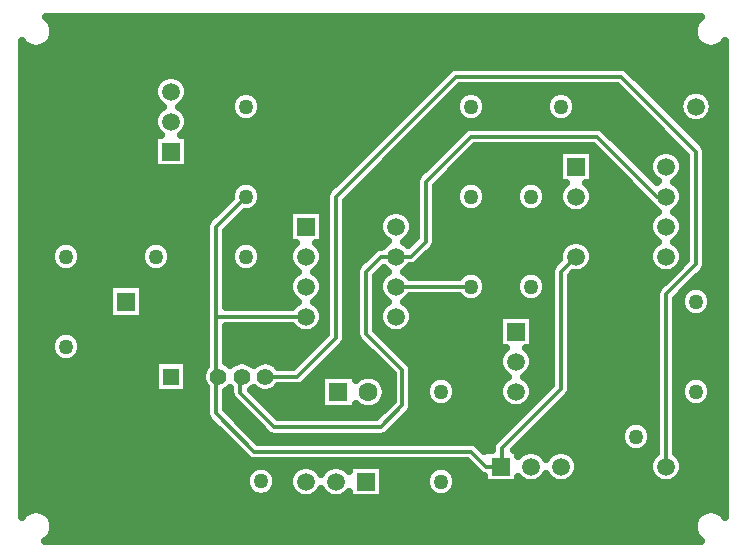
<source format=gbl>
G04 DipTrace 3.2.0.1*
G04 Bottom.gbl*
%MOIN*%
G04 #@! TF.FileFunction,Copper,L2,Bot*
G04 #@! TF.Part,Single*
G04 #@! TA.AperFunction,Conductor*
%ADD14C,0.012992*%
G04 #@! TA.AperFunction,CopperBalancing*
%ADD15C,0.025*%
G04 #@! TA.AperFunction,ComponentPad*
%ADD16C,0.05*%
%ADD17C,0.05*%
%ADD18C,0.062992*%
%ADD19R,0.062992X0.062992*%
%ADD20R,0.059055X0.059055*%
%ADD21C,0.059055*%
%ADD22R,0.055118X0.055118*%
%ADD23C,0.055118*%
%ADD24C,0.059055*%
%FSLAX26Y26*%
G04*
G70*
G90*
G75*
G01*
G04 Bottom*
%LPD*%
X793701Y1143701D2*
D14*
X943701D1*
X1023491Y1063911D1*
Y994751D1*
X1022441Y993701D1*
Y872441D1*
X943701Y793701D1*
Y644134D1*
X2293701Y1493701D2*
X2343701D1*
X2393701Y1443701D1*
Y1093701D1*
Y693701D1*
X2243701Y543701D1*
X1044134D1*
X943701Y644134D1*
X2493701Y1093701D2*
X2393701D1*
X2593701Y693701D2*
Y1267117D1*
X2693701Y1367117D1*
Y1743701D1*
X2443701Y1993701D1*
X1893701D1*
X1493701Y1593701D1*
Y1122042D1*
X1365360Y993701D1*
X1258661D1*
X1693701Y1393701D2*
X1643701D1*
X1593701Y1343701D1*
Y1136413D1*
X1715101Y1015013D1*
Y897783D1*
X1642276Y824957D1*
X1288337D1*
X1174409Y938885D1*
Y993701D1*
X1179921D1*
X2593701Y1593701D2*
X2563537D1*
X2363537Y1793701D1*
X1943701D1*
X1793701Y1643701D1*
Y1443701D1*
X1743701Y1393701D1*
X1693701D1*
X1393701Y1193701D2*
X1093701D1*
Y1001181D1*
X1101181Y993701D1*
X1193701Y1593701D2*
X1093701Y1493701D1*
Y1193701D1*
X2043701Y693701D2*
X1993701D1*
X1943745Y743656D1*
X1220986D1*
X1093701Y870942D1*
Y986220D1*
X1101181Y993701D1*
X2043701Y693701D2*
X2045833D1*
Y754287D1*
X2243701Y952155D1*
Y1343701D1*
X2293701Y1393701D1*
X1693701Y1293701D2*
X1943701D1*
X548924Y2166962D2*
D15*
X2688470D1*
X553803Y2142093D2*
X2683589D1*
X547381Y2117224D2*
X2690013D1*
X448089Y2092356D2*
X465014D1*
X522369D2*
X2715025D1*
X2772379D2*
X2789340D1*
X448089Y2067487D2*
X2789340D1*
X448089Y2042618D2*
X2789340D1*
X448089Y2017749D2*
X1868623D1*
X2468799D2*
X2789340D1*
X448089Y1992881D2*
X914391D1*
X973038D2*
X1843720D1*
X2493667D2*
X2789340D1*
X448089Y1968012D2*
X890744D1*
X996686D2*
X1818853D1*
X2518534D2*
X2789340D1*
X448089Y1943143D2*
X885182D1*
X1002213D2*
X1176812D1*
X1210592D2*
X1793984D1*
X1892283D2*
X1926828D1*
X1960571D2*
X2226820D1*
X2260598D2*
X2445104D1*
X2543403D2*
X2664858D1*
X2722537D2*
X2789340D1*
X448089Y1918274D2*
X891282D1*
X996112D2*
X1145953D1*
X1241453D2*
X1769117D1*
X1867416D2*
X1895967D1*
X1991467D2*
X2195959D1*
X2291459D2*
X2469971D1*
X2568270D2*
X2640852D1*
X2746543D2*
X2789340D1*
X448089Y1893406D2*
X915361D1*
X972034D2*
X1139709D1*
X1247696D2*
X1744249D1*
X1842549D2*
X1889724D1*
X1997676D2*
X2189715D1*
X2297703D2*
X2494839D1*
X2593138D2*
X2635182D1*
X2752213D2*
X2789340D1*
X448089Y1868537D2*
X890995D1*
X996399D2*
X1146276D1*
X1241130D2*
X1719382D1*
X1817681D2*
X1896291D1*
X1991109D2*
X2196282D1*
X2291136D2*
X2519706D1*
X2618005D2*
X2641139D1*
X2746256D2*
X2789340D1*
X448089Y1843668D2*
X885182D1*
X1002213D2*
X1179038D1*
X1208367D2*
X1694514D1*
X1792812D2*
X1929017D1*
X1958382D2*
X2229045D1*
X2258374D2*
X2544575D1*
X2642873D2*
X2666007D1*
X2721388D2*
X2789340D1*
X448089Y1818799D2*
X891031D1*
X996399D2*
X1669646D1*
X1767945D2*
X1919795D1*
X2387450D2*
X2569442D1*
X2667741D2*
X2789340D1*
X448089Y1793930D2*
X885182D1*
X1002213D2*
X1644778D1*
X1743077D2*
X1894783D1*
X2412461D2*
X2594310D1*
X2692609D2*
X2789340D1*
X448089Y1769062D2*
X885182D1*
X1002213D2*
X1619911D1*
X1718210D2*
X1869916D1*
X2437328D2*
X2619177D1*
X2717476D2*
X2789340D1*
X448089Y1744193D2*
X885182D1*
X1002213D2*
X1595043D1*
X1693341D2*
X1845049D1*
X1943346D2*
X2235181D1*
X2352211D2*
X2363898D1*
X2462197D2*
X2566930D1*
X2620482D2*
X2644046D1*
X2729175D2*
X2789340D1*
X448089Y1719324D2*
X885182D1*
X1002213D2*
X1570176D1*
X1668474D2*
X1820180D1*
X1918479D2*
X2235181D1*
X2352211D2*
X2388765D1*
X2487064D2*
X2541381D1*
X2646031D2*
X2658219D1*
X2729175D2*
X2789340D1*
X448089Y1694455D2*
X885182D1*
X1002213D2*
X1545307D1*
X1643606D2*
X1795312D1*
X1893612D2*
X2235181D1*
X2352211D2*
X2413633D1*
X2511932D2*
X2535173D1*
X2729175D2*
X2789340D1*
X448089Y1669587D2*
X1520440D1*
X1618739D2*
X1770445D1*
X1868744D2*
X2235181D1*
X2352211D2*
X2438501D1*
X2646749D2*
X2658219D1*
X2729175D2*
X2789340D1*
X448089Y1644718D2*
X1184205D1*
X1203164D2*
X1495572D1*
X1593871D2*
X1758244D1*
X1843877D2*
X1934220D1*
X1953157D2*
X2134239D1*
X2153213D2*
X2235181D1*
X2352211D2*
X2463369D1*
X2623388D2*
X2658219D1*
X2729175D2*
X2789340D1*
X448089Y1619849D2*
X1146849D1*
X1240555D2*
X1470705D1*
X1569003D2*
X1758209D1*
X1829199D2*
X1896829D1*
X1990571D2*
X2096848D1*
X2190552D2*
X2241676D1*
X2345752D2*
X2488236D1*
X2645744D2*
X2658219D1*
X2729175D2*
X2789340D1*
X448089Y1594980D2*
X1139709D1*
X1247660D2*
X1458252D1*
X1544135D2*
X1758209D1*
X1829199D2*
X1889724D1*
X1997676D2*
X2089743D1*
X2197694D2*
X2235181D1*
X2352211D2*
X2513104D1*
X2729175D2*
X2789340D1*
X448089Y1570112D2*
X1120941D1*
X1241954D2*
X1458217D1*
X1529172D2*
X1758209D1*
X1829199D2*
X1895429D1*
X1991970D2*
X2095412D1*
X2191988D2*
X2240385D1*
X2347008D2*
X2537971D1*
X2647000D2*
X2658219D1*
X2729175D2*
X2789340D1*
X448089Y1545243D2*
X1096073D1*
X1213606D2*
X1335169D1*
X1529172D2*
X1669252D1*
X1718138D2*
X1758209D1*
X1829199D2*
X1923778D1*
X1963622D2*
X2123797D1*
X2163604D2*
X2263098D1*
X2324294D2*
X2563091D1*
X2624322D2*
X2658219D1*
X2729175D2*
X2789340D1*
X448089Y1520374D2*
X1071206D1*
X1169541D2*
X1335169D1*
X1529172D2*
X1641944D1*
X1745446D2*
X1758209D1*
X1829199D2*
X2541955D1*
X2645457D2*
X2658219D1*
X2729175D2*
X2789340D1*
X448089Y1495505D2*
X1058252D1*
X1144673D2*
X1335169D1*
X1529172D2*
X1635197D1*
X1829199D2*
X2535209D1*
X2729175D2*
X2789340D1*
X448089Y1470636D2*
X1058215D1*
X1129206D2*
X1335169D1*
X1529172D2*
X1640150D1*
X1747240D2*
X1758209D1*
X1829199D2*
X2540160D1*
X2647251D2*
X2658219D1*
X2729175D2*
X2789340D1*
X448089Y1445768D2*
X1058215D1*
X1129206D2*
X1335169D1*
X1529172D2*
X1662218D1*
X1725207D2*
X1746618D1*
X1829199D2*
X2270526D1*
X2316865D2*
X2562193D1*
X2625182D2*
X2658219D1*
X2729175D2*
X2789340D1*
X448089Y1420899D2*
X547476D1*
X639925D2*
X847467D1*
X939917D2*
X1058215D1*
X1129206D2*
X1147495D1*
X1239909D2*
X1342239D1*
X1445167D2*
X1458217D1*
X1529172D2*
X1622530D1*
X1820049D2*
X2242214D1*
X2345178D2*
X2542241D1*
X2645169D2*
X2658219D1*
X2729175D2*
X2789340D1*
X448089Y1396030D2*
X539761D1*
X647640D2*
X839752D1*
X947633D2*
X1058215D1*
X1129206D2*
X1139738D1*
X1247625D2*
X1335241D1*
X1529172D2*
X1596873D1*
X1795181D2*
X2235217D1*
X2352176D2*
X2535244D1*
X2729175D2*
X2789340D1*
X448089Y1371161D2*
X544892D1*
X642509D2*
X844920D1*
X942501D2*
X1058215D1*
X1129206D2*
X1144912D1*
X1242493D2*
X1339907D1*
X1447499D2*
X1458217D1*
X1529172D2*
X1572005D1*
X1770314D2*
X2222012D1*
X2347475D2*
X2539909D1*
X2729175D2*
X2789340D1*
X448089Y1346293D2*
X571088D1*
X616314D2*
X871115D1*
X916306D2*
X1058215D1*
X1129206D2*
X1171108D1*
X1216298D2*
X1361365D1*
X1426041D2*
X1458217D1*
X1529172D2*
X1558298D1*
X1645437D2*
X1661357D1*
X1726033D2*
X2208303D1*
X2326051D2*
X2561369D1*
X2721782D2*
X2789340D1*
X448089Y1321424D2*
X1058215D1*
X1129206D2*
X1342526D1*
X1444879D2*
X1458217D1*
X1529172D2*
X1558226D1*
X1629181D2*
X1642518D1*
X1989601D2*
X2097816D1*
X2189584D2*
X2208196D1*
X2279188D2*
X2598867D1*
X2697167D2*
X2789340D1*
X448089Y1296555D2*
X733213D1*
X854190D2*
X1058215D1*
X1129206D2*
X1335241D1*
X1529172D2*
X1558226D1*
X1997604D2*
X2089778D1*
X2197622D2*
X2208196D1*
X2279188D2*
X2574000D1*
X2672298D2*
X2789340D1*
X448089Y1271686D2*
X733213D1*
X854190D2*
X1058215D1*
X1129206D2*
X1339692D1*
X1447715D2*
X1458217D1*
X1529172D2*
X1558226D1*
X1629181D2*
X1639682D1*
X1992760D2*
X2094659D1*
X2192741D2*
X2208196D1*
X2279188D2*
X2558533D1*
X2739437D2*
X2789340D1*
X448089Y1246818D2*
X733213D1*
X854190D2*
X1058215D1*
X1129206D2*
X1360539D1*
X1426866D2*
X1458217D1*
X1529172D2*
X1558226D1*
X1629181D2*
X1660531D1*
X1726858D2*
X1919903D1*
X1967497D2*
X2119921D1*
X2167479D2*
X2208196D1*
X2279188D2*
X2558210D1*
X2629201D2*
X2639811D1*
X2747584D2*
X2789340D1*
X448089Y1221949D2*
X733213D1*
X854190D2*
X1058215D1*
X1444593D2*
X1458217D1*
X1529172D2*
X1558226D1*
X1629181D2*
X1642841D1*
X1744584D2*
X2208196D1*
X2279188D2*
X2558210D1*
X2629201D2*
X2644512D1*
X2742882D2*
X2789340D1*
X448089Y1197080D2*
X733213D1*
X854190D2*
X1058215D1*
X1529172D2*
X1558226D1*
X1752121D2*
X2035198D1*
X2152228D2*
X2208196D1*
X2279188D2*
X2558210D1*
X2629201D2*
X2669344D1*
X2718051D2*
X2789340D1*
X448089Y1172211D2*
X1058215D1*
X1447930D2*
X1458217D1*
X1529172D2*
X1558226D1*
X1629181D2*
X1639467D1*
X1747921D2*
X2035198D1*
X2152228D2*
X2208196D1*
X2279188D2*
X2558210D1*
X2629201D2*
X2789340D1*
X448089Y1147343D2*
X1058215D1*
X1129206D2*
X1359751D1*
X1427655D2*
X1458217D1*
X1529172D2*
X1558226D1*
X1631908D2*
X1659743D1*
X1727647D2*
X2035198D1*
X2152228D2*
X2208196D1*
X2279188D2*
X2558210D1*
X2629201D2*
X2789340D1*
X448089Y1122474D2*
X548480D1*
X638921D2*
X1058215D1*
X1129206D2*
X1444975D1*
X1529172D2*
X1561312D1*
X1656776D2*
X2035198D1*
X2152228D2*
X2208196D1*
X2279188D2*
X2558210D1*
X2629201D2*
X2789340D1*
X448089Y1097605D2*
X539869D1*
X647533D2*
X1058215D1*
X1129206D2*
X1420108D1*
X1518407D2*
X1583345D1*
X1681680D2*
X2035198D1*
X2152228D2*
X2208196D1*
X2279188D2*
X2558210D1*
X2629201D2*
X2789340D1*
X448089Y1072736D2*
X544175D1*
X643227D2*
X1058215D1*
X1129206D2*
X1395240D1*
X1493538D2*
X1608213D1*
X1706547D2*
X2043308D1*
X2144119D2*
X2208196D1*
X2279188D2*
X2558210D1*
X2629201D2*
X2789340D1*
X448089Y1047867D2*
X567751D1*
X619651D2*
X1058215D1*
X1129206D2*
X1370373D1*
X1468671D2*
X1633080D1*
X1731415D2*
X2035343D1*
X2152050D2*
X2208196D1*
X2279188D2*
X2558210D1*
X2629201D2*
X2789340D1*
X448089Y1022999D2*
X887156D1*
X1000239D2*
X1053264D1*
X1443803D2*
X1657948D1*
X1749608D2*
X2039146D1*
X2148245D2*
X2208196D1*
X2279188D2*
X2558210D1*
X2629201D2*
X2789340D1*
X448089Y998130D2*
X887156D1*
X1000239D2*
X1044795D1*
X1418936D2*
X1441064D1*
X1562042D2*
X1584026D1*
X1619097D2*
X1679622D1*
X1750577D2*
X2058631D1*
X2128797D2*
X2208196D1*
X2279188D2*
X2558210D1*
X2629201D2*
X2789340D1*
X448089Y973261D2*
X887156D1*
X1000239D2*
X1048634D1*
X1394068D2*
X1441064D1*
X1652972D2*
X1679622D1*
X1750577D2*
X1799045D1*
X1888373D2*
X2043631D1*
X2143797D2*
X2208196D1*
X2279188D2*
X2558210D1*
X2629201D2*
X2649033D1*
X2738361D2*
X2789340D1*
X448089Y948392D2*
X887156D1*
X1000239D2*
X1058215D1*
X1214037D2*
X1226692D1*
X1290650D2*
X1441064D1*
X1661728D2*
X1679622D1*
X1750577D2*
X1789930D1*
X1897487D2*
X2035378D1*
X2152013D2*
X2190793D1*
X2278971D2*
X2558210D1*
X2629201D2*
X2639919D1*
X2747475D2*
X2789340D1*
X448089Y923524D2*
X1058215D1*
X1129206D2*
X1142723D1*
X1238941D2*
X1441064D1*
X1659001D2*
X1679622D1*
X1750577D2*
X1793841D1*
X1893576D2*
X2038930D1*
X2148461D2*
X2165924D1*
X2264223D2*
X2558210D1*
X2629201D2*
X2643831D1*
X2743564D2*
X2789340D1*
X448089Y898655D2*
X1058215D1*
X1129206D2*
X1165474D1*
X1263808D2*
X1441064D1*
X1642458D2*
X1666811D1*
X1750577D2*
X1816269D1*
X1871148D2*
X2057913D1*
X2129514D2*
X2141031D1*
X2239356D2*
X2558210D1*
X2629201D2*
X2666257D1*
X2721136D2*
X2789340D1*
X448089Y873786D2*
X1058215D1*
X1140008D2*
X1190341D1*
X1288676D2*
X1641944D1*
X1740243D2*
X2116189D1*
X2214488D2*
X2558210D1*
X2629201D2*
X2789340D1*
X448089Y848917D2*
X1066648D1*
X1164875D2*
X1215209D1*
X1715375D2*
X2091322D1*
X2189621D2*
X2558210D1*
X2629201D2*
X2789340D1*
X448089Y824049D2*
X1091445D1*
X1189743D2*
X1240076D1*
X1690507D2*
X2066454D1*
X2164752D2*
X2449589D1*
X2537804D2*
X2558210D1*
X2629201D2*
X2789340D1*
X448089Y799180D2*
X1116312D1*
X1214612D2*
X1265268D1*
X1665352D2*
X2041585D1*
X2139885D2*
X2440008D1*
X2547386D2*
X2558210D1*
X2629201D2*
X2789340D1*
X448089Y774311D2*
X1141180D1*
X1958419D2*
X2017113D1*
X2115017D2*
X2443488D1*
X2543904D2*
X2558210D1*
X2629201D2*
X2789340D1*
X448089Y749442D2*
X1166047D1*
X2102206D2*
X2135638D1*
X2151797D2*
X2235612D1*
X2251780D2*
X2464875D1*
X2522518D2*
X2558210D1*
X2629201D2*
X2789340D1*
X448089Y724573D2*
X1190915D1*
X2292930D2*
X2544467D1*
X2642945D2*
X2789340D1*
X448089Y699705D2*
X1489866D1*
X1497520D2*
X1535188D1*
X1652219D2*
X1938562D1*
X2301902D2*
X2535496D1*
X2651881D2*
X2789340D1*
X448089Y674836D2*
X1199850D1*
X1287528D2*
X1344643D1*
X1652219D2*
X1800193D1*
X1887224D2*
X1963430D1*
X2298959D2*
X2538438D1*
X2648938D2*
X2789340D1*
X448089Y649967D2*
X1190054D1*
X1297360D2*
X1335529D1*
X1652219D2*
X1790073D1*
X1897307D2*
X1985176D1*
X2181223D2*
X2206186D1*
X2281197D2*
X2556201D1*
X2631211D2*
X2789340D1*
X448089Y625098D2*
X1193356D1*
X1294059D2*
X1338364D1*
X1652219D2*
X1793196D1*
X1894222D2*
X2789340D1*
X448089Y600230D2*
X1214312D1*
X1273102D2*
X1355875D1*
X1431530D2*
X1455885D1*
X1652219D2*
X1813614D1*
X1873803D2*
X2789340D1*
X448089Y575361D2*
X2789340D1*
X448089Y550492D2*
X481413D1*
X506005D2*
X2731387D1*
X2756016D2*
X2789340D1*
X544186Y525623D2*
X2693207D1*
X553409Y500755D2*
X2684021D1*
X551005Y475886D2*
X2686388D1*
X534929Y451017D2*
X2702465D1*
X2545034Y789661D2*
X2543770Y781680D1*
X2541273Y773996D1*
X2537605Y766797D1*
X2532856Y760260D1*
X2527142Y754546D1*
X2520605Y749797D1*
X2513406Y746129D1*
X2505722Y743631D1*
X2497740Y742367D1*
X2489661D1*
X2481680Y743631D1*
X2473996Y746129D1*
X2466797Y749797D1*
X2460260Y754546D1*
X2454546Y760260D1*
X2449797Y766797D1*
X2446129Y773996D1*
X2443631Y781680D1*
X2442367Y789661D1*
Y797740D1*
X2443631Y805722D1*
X2446129Y813406D1*
X2449797Y820605D1*
X2454546Y827142D1*
X2460260Y832856D1*
X2466797Y837605D1*
X2473996Y841273D1*
X2481680Y843770D1*
X2489661Y845034D1*
X2497740D1*
X2505722Y843770D1*
X2513406Y841273D1*
X2520605Y837605D1*
X2527142Y832856D1*
X2532856Y827142D1*
X2537605Y820605D1*
X2541273Y813406D1*
X2543770Y805722D1*
X2545034Y797740D1*
Y789661D1*
X1245034Y1389661D2*
X1243770Y1381680D1*
X1241273Y1373996D1*
X1237605Y1366797D1*
X1232856Y1360260D1*
X1227142Y1354546D1*
X1220605Y1349797D1*
X1213406Y1346129D1*
X1205722Y1343631D1*
X1197740Y1342367D1*
X1189661D1*
X1181680Y1343631D1*
X1173996Y1346129D1*
X1166797Y1349797D1*
X1160260Y1354546D1*
X1154546Y1360260D1*
X1149797Y1366797D1*
X1146129Y1373996D1*
X1143631Y1381680D1*
X1142367Y1389661D1*
Y1397740D1*
X1143631Y1405722D1*
X1146129Y1413406D1*
X1149797Y1420605D1*
X1154546Y1427142D1*
X1160260Y1432856D1*
X1166797Y1437605D1*
X1173996Y1441273D1*
X1181680Y1443770D1*
X1189661Y1445034D1*
X1197740D1*
X1205722Y1443770D1*
X1213406Y1441273D1*
X1220605Y1437605D1*
X1227142Y1432856D1*
X1232856Y1427142D1*
X1237605Y1420605D1*
X1241273Y1413406D1*
X1243770Y1405722D1*
X1245034Y1397740D1*
Y1389661D1*
X945034D2*
X943770Y1381680D1*
X941273Y1373996D1*
X937605Y1366797D1*
X932856Y1360260D1*
X927142Y1354546D1*
X920605Y1349797D1*
X913406Y1346129D1*
X905722Y1343631D1*
X897740Y1342367D1*
X889661D1*
X881680Y1343631D1*
X873996Y1346129D1*
X866797Y1349797D1*
X860260Y1354546D1*
X854546Y1360260D1*
X849797Y1366797D1*
X846129Y1373996D1*
X843631Y1381680D1*
X842367Y1389661D1*
Y1397740D1*
X843631Y1405722D1*
X846129Y1413406D1*
X849797Y1420605D1*
X854546Y1427142D1*
X860260Y1432856D1*
X866797Y1437605D1*
X873996Y1441273D1*
X881680Y1443770D1*
X889661Y1445034D1*
X897740D1*
X905722Y1443770D1*
X913406Y1441273D1*
X920605Y1437605D1*
X927142Y1432856D1*
X932856Y1427142D1*
X937605Y1420605D1*
X941273Y1413406D1*
X943770Y1405722D1*
X945034Y1397740D1*
Y1389661D1*
X1295034Y640093D2*
X1293770Y632113D1*
X1291273Y624428D1*
X1287605Y617228D1*
X1282856Y610692D1*
X1277142Y604979D1*
X1270605Y600230D1*
X1263406Y596560D1*
X1255722Y594064D1*
X1247740Y592801D1*
X1239661D1*
X1231680Y594064D1*
X1223996Y596560D1*
X1216797Y600230D1*
X1210260Y604979D1*
X1204546Y610692D1*
X1199797Y617228D1*
X1196129Y624428D1*
X1193631Y632113D1*
X1192367Y640093D1*
Y648173D1*
X1193631Y656154D1*
X1196129Y663839D1*
X1199797Y671038D1*
X1204546Y677575D1*
X1210260Y683289D1*
X1216797Y688038D1*
X1223996Y691706D1*
X1231680Y694203D1*
X1239661Y695467D1*
X1247740D1*
X1255722Y694203D1*
X1263406Y691706D1*
X1270605Y688038D1*
X1277142Y683289D1*
X1282856Y677575D1*
X1287605Y671038D1*
X1291273Y663839D1*
X1293770Y656154D1*
X1295034Y648173D1*
Y640093D1*
X1659378Y937577D2*
X1657954Y928591D1*
X1655143Y919936D1*
X1651012Y911828D1*
X1645663Y904467D1*
X1639228Y898033D1*
X1631867Y892684D1*
X1623760Y888552D1*
X1615106Y885741D1*
X1606118Y884318D1*
X1597018D1*
X1588031Y885741D1*
X1579378Y888552D1*
X1571270Y892684D1*
X1563908Y898033D1*
X1559563Y902207D1*
X1559556Y884139D1*
X1443580D1*
Y1000115D1*
X1559556D1*
Y982066D1*
X1563908Y986222D1*
X1571270Y991571D1*
X1579378Y995701D1*
X1588031Y998513D1*
X1597018Y999937D1*
X1606118D1*
X1615106Y998513D1*
X1623760Y995701D1*
X1631867Y991571D1*
X1639228Y986222D1*
X1645663Y979787D1*
X1651012Y972427D1*
X1655143Y964319D1*
X1657954Y955664D1*
X1659378Y946677D1*
Y937577D1*
X1895034Y639661D2*
X1893770Y631680D1*
X1891273Y623996D1*
X1887605Y616797D1*
X1882856Y610260D1*
X1877142Y604546D1*
X1870605Y599797D1*
X1863406Y596129D1*
X1855722Y593631D1*
X1847740Y592367D1*
X1839661D1*
X1831680Y593631D1*
X1823996Y596129D1*
X1816797Y599797D1*
X1810260Y604546D1*
X1804546Y610260D1*
X1799797Y616797D1*
X1796129Y623996D1*
X1793631Y631680D1*
X1792367Y639661D1*
Y647740D1*
X1793631Y655722D1*
X1796129Y663406D1*
X1799797Y670605D1*
X1804546Y677142D1*
X1810260Y682856D1*
X1816797Y687605D1*
X1823996Y691273D1*
X1831680Y693770D1*
X1839661Y695034D1*
X1847740D1*
X1855722Y693770D1*
X1863406Y691273D1*
X1870605Y687605D1*
X1877142Y682856D1*
X1882856Y677142D1*
X1887605Y670605D1*
X1891273Y663406D1*
X1893770Y655722D1*
X1895034Y647740D1*
Y639661D1*
Y939661D2*
X1893770Y931680D1*
X1891273Y923996D1*
X1887605Y916797D1*
X1882856Y910260D1*
X1877142Y904546D1*
X1870605Y899797D1*
X1863406Y896129D1*
X1855722Y893631D1*
X1847740Y892367D1*
X1839661D1*
X1831680Y893631D1*
X1823996Y896129D1*
X1816797Y899797D1*
X1810260Y904546D1*
X1804546Y910260D1*
X1799797Y916797D1*
X1796129Y923996D1*
X1793631Y931680D1*
X1792367Y939661D1*
Y947740D1*
X1793631Y955722D1*
X1796129Y963406D1*
X1799797Y970605D1*
X1804546Y977142D1*
X1810260Y982856D1*
X1816797Y987605D1*
X1823996Y991273D1*
X1831680Y993770D1*
X1839661Y995034D1*
X1847740D1*
X1855722Y993770D1*
X1863406Y991273D1*
X1870605Y987605D1*
X1877142Y982856D1*
X1882856Y977142D1*
X1887605Y970605D1*
X1891273Y963406D1*
X1893770Y955722D1*
X1895034Y947740D1*
Y939661D1*
X744899Y1301689D2*
X851689D1*
Y1185713D1*
X735713D1*
Y1301689D1*
X744899D1*
X2745034Y939661D2*
X2743770Y931680D1*
X2741273Y923996D1*
X2737605Y916797D1*
X2732856Y910260D1*
X2727142Y904546D1*
X2720605Y899797D1*
X2713406Y896129D1*
X2705722Y893631D1*
X2697740Y892367D1*
X2689661D1*
X2681680Y893631D1*
X2673996Y896129D1*
X2666797Y899797D1*
X2660260Y904546D1*
X2654546Y910260D1*
X2649797Y916797D1*
X2646129Y923996D1*
X2643631Y931680D1*
X2642367Y939661D1*
Y947740D1*
X2643631Y955722D1*
X2646129Y963406D1*
X2649797Y970605D1*
X2654546Y977142D1*
X2660260Y982856D1*
X2666797Y987605D1*
X2673996Y991273D1*
X2681680Y993770D1*
X2689661Y995034D1*
X2697740D1*
X2705722Y993770D1*
X2713406Y991273D1*
X2720605Y987605D1*
X2727142Y982856D1*
X2732856Y977142D1*
X2737605Y970605D1*
X2741273Y963406D1*
X2743770Y955722D1*
X2745034Y947740D1*
Y939661D1*
Y1239661D2*
X2743770Y1231680D1*
X2741273Y1223996D1*
X2737605Y1216797D1*
X2732856Y1210260D1*
X2727142Y1204546D1*
X2720605Y1199797D1*
X2713406Y1196129D1*
X2705722Y1193631D1*
X2697740Y1192367D1*
X2689661D1*
X2681680Y1193631D1*
X2673996Y1196129D1*
X2666797Y1199797D1*
X2660260Y1204546D1*
X2654546Y1210260D1*
X2649797Y1216797D1*
X2646129Y1223996D1*
X2643631Y1231680D1*
X2642367Y1239661D1*
Y1247740D1*
X2643631Y1255722D1*
X2646129Y1263406D1*
X2649797Y1270605D1*
X2654546Y1277142D1*
X2660260Y1282856D1*
X2666797Y1287605D1*
X2673996Y1291273D1*
X2681680Y1293770D1*
X2689661Y1295034D1*
X2697740D1*
X2705722Y1293770D1*
X2713406Y1291273D1*
X2720605Y1287605D1*
X2727142Y1282856D1*
X2732856Y1277142D1*
X2737605Y1270605D1*
X2741273Y1263406D1*
X2743770Y1255722D1*
X2745034Y1247740D1*
Y1239661D1*
X1245034Y1589661D2*
X1243770Y1581680D1*
X1241273Y1573996D1*
X1237605Y1566797D1*
X1232856Y1560260D1*
X1227142Y1554546D1*
X1220605Y1549797D1*
X1213406Y1546129D1*
X1205722Y1543631D1*
X1197740Y1542367D1*
X1189080Y1542436D1*
X1126671Y1480018D1*
X1126689Y1226686D1*
X1348442Y1226689D1*
X1354089Y1233312D1*
X1360773Y1239022D1*
X1368440Y1243694D1*
X1360773Y1248379D1*
X1354089Y1254089D1*
X1348379Y1260773D1*
X1343787Y1268269D1*
X1340423Y1276390D1*
X1338371Y1284937D1*
X1337681Y1293701D1*
X1338371Y1302465D1*
X1340423Y1311012D1*
X1343787Y1319133D1*
X1348379Y1326629D1*
X1354089Y1333312D1*
X1360773Y1339022D1*
X1368440Y1343694D1*
X1360773Y1348379D1*
X1354089Y1354089D1*
X1348379Y1360773D1*
X1343787Y1368269D1*
X1340423Y1376390D1*
X1338371Y1384937D1*
X1337681Y1393701D1*
X1338371Y1402465D1*
X1340423Y1411012D1*
X1343787Y1419133D1*
X1348379Y1426629D1*
X1354089Y1433312D1*
X1359059Y1437671D1*
X1337681Y1437681D1*
Y1549720D1*
X1449720D1*
Y1437681D1*
X1428370D1*
X1433312Y1433312D1*
X1439022Y1426629D1*
X1443614Y1419133D1*
X1446979Y1411012D1*
X1449030Y1402465D1*
X1449720Y1393701D1*
X1449030Y1384937D1*
X1446979Y1376390D1*
X1443614Y1368269D1*
X1439022Y1360773D1*
X1433312Y1354089D1*
X1426629Y1348379D1*
X1418962Y1343707D1*
X1426629Y1339022D1*
X1433312Y1333312D1*
X1439022Y1326629D1*
X1443614Y1319133D1*
X1446979Y1311012D1*
X1449030Y1302465D1*
X1449720Y1293701D1*
X1449030Y1284937D1*
X1446979Y1276390D1*
X1443614Y1268269D1*
X1439022Y1260773D1*
X1433312Y1254089D1*
X1426629Y1248379D1*
X1418962Y1243707D1*
X1426629Y1239022D1*
X1433312Y1233312D1*
X1439022Y1226629D1*
X1443614Y1219133D1*
X1446979Y1211012D1*
X1449030Y1202465D1*
X1449720Y1193701D1*
X1449030Y1184937D1*
X1446979Y1176390D1*
X1443614Y1168269D1*
X1439022Y1160773D1*
X1433312Y1154089D1*
X1426629Y1148379D1*
X1419133Y1143787D1*
X1411012Y1140423D1*
X1402465Y1138371D1*
X1393701Y1137681D1*
X1384937Y1138371D1*
X1376390Y1140423D1*
X1368269Y1143787D1*
X1360773Y1148379D1*
X1354089Y1154089D1*
X1348433Y1160706D1*
X1126686Y1160713D1*
X1126689Y1041373D1*
X1132951Y1037429D1*
X1139402Y1031921D1*
X1140516Y1030715D1*
X1144818Y1034802D1*
X1151680Y1039787D1*
X1159236Y1043638D1*
X1167303Y1046259D1*
X1175681Y1047585D1*
X1184161D1*
X1192539Y1046259D1*
X1200606Y1043638D1*
X1208163Y1039787D1*
X1215025Y1034802D1*
X1219256Y1030715D1*
X1223558Y1034802D1*
X1230420Y1039787D1*
X1237976Y1043638D1*
X1246043Y1046259D1*
X1254421Y1047585D1*
X1262902D1*
X1271280Y1046259D1*
X1279346Y1043638D1*
X1286903Y1039787D1*
X1293765Y1034802D1*
X1299762Y1028804D1*
X1301436Y1026682D1*
X1351709Y1026689D1*
X1460707Y1135701D1*
X1460814Y1596289D1*
X1461623Y1601402D1*
X1463223Y1606325D1*
X1465573Y1610937D1*
X1468617Y1615125D1*
X1515845Y1662497D1*
X1872277Y2018785D1*
X1876465Y2021828D1*
X1881076Y2024178D1*
X1886000Y2025778D1*
X1891113Y2026588D1*
X1958005Y2026689D1*
X2446289Y2026588D1*
X2451402Y2025778D1*
X2456325Y2024178D1*
X2460937Y2021828D1*
X2465125Y2018785D1*
X2512497Y1971556D1*
X2718785Y1765125D1*
X2721828Y1760937D1*
X2724178Y1756325D1*
X2725778Y1751402D1*
X2726588Y1746289D1*
X2726689Y1679396D1*
X2726588Y1364529D1*
X2725778Y1359416D1*
X2724178Y1354493D1*
X2721828Y1349881D1*
X2718785Y1345693D1*
X2671556Y1298322D1*
X2626671Y1253434D1*
X2626689Y739009D1*
X2633312Y733312D1*
X2639022Y726629D1*
X2643614Y719133D1*
X2646979Y711012D1*
X2649030Y702465D1*
X2649720Y693701D1*
X2649030Y684937D1*
X2646979Y676390D1*
X2643614Y668269D1*
X2639022Y660773D1*
X2633312Y654089D1*
X2626629Y648379D1*
X2619133Y643787D1*
X2611012Y640423D1*
X2602465Y638371D1*
X2593701Y637681D1*
X2584937Y638371D1*
X2576390Y640423D1*
X2568269Y643787D1*
X2560773Y648379D1*
X2554089Y654089D1*
X2548379Y660773D1*
X2543787Y668269D1*
X2540423Y676390D1*
X2538371Y684937D1*
X2537681Y693701D1*
X2538371Y702465D1*
X2540423Y711012D1*
X2543787Y719133D1*
X2548379Y726629D1*
X2554089Y733312D1*
X2560706Y738969D1*
X2560814Y1269706D1*
X2561623Y1274819D1*
X2563223Y1279741D1*
X2565573Y1284354D1*
X2568617Y1288542D1*
X2615845Y1335913D1*
X2660731Y1380801D1*
X2660713Y1730014D1*
X2430058Y1960692D1*
X1907340Y1960713D1*
X1526699Y1580047D1*
X1526588Y1119454D1*
X1525778Y1114341D1*
X1524178Y1109417D1*
X1521828Y1104806D1*
X1518785Y1100618D1*
X1471556Y1053245D1*
X1386783Y968617D1*
X1382596Y965573D1*
X1377984Y963223D1*
X1373060Y961623D1*
X1367948Y960814D1*
X1301450Y960713D1*
X1296882Y955480D1*
X1290432Y949972D1*
X1283201Y945541D1*
X1275364Y942295D1*
X1267117Y940315D1*
X1258661Y939650D1*
X1250206Y940315D1*
X1241959Y942295D1*
X1234122Y945541D1*
X1226891Y949972D1*
X1220441Y955480D1*
X1219327Y956686D1*
X1215025Y952600D1*
X1210727Y949219D1*
X1301997Y857949D1*
X1628626Y857945D1*
X1682105Y911438D1*
X1682113Y1001381D1*
X1568617Y1114990D1*
X1565573Y1119177D1*
X1563223Y1123790D1*
X1561625Y1128713D1*
X1560814Y1133825D1*
X1560713Y1200718D1*
X1560814Y1346289D1*
X1561623Y1351402D1*
X1563223Y1356325D1*
X1565573Y1360937D1*
X1568617Y1365125D1*
X1615845Y1412497D1*
X1622277Y1418785D1*
X1626465Y1421828D1*
X1631076Y1424178D1*
X1636000Y1425778D1*
X1641113Y1426588D1*
X1643711Y1426689D1*
X1651104Y1430083D1*
X1657319Y1436298D1*
X1664430Y1441466D1*
X1668269Y1443787D1*
X1660773Y1448379D1*
X1654089Y1454089D1*
X1648379Y1460773D1*
X1643787Y1468269D1*
X1640423Y1476390D1*
X1638371Y1484937D1*
X1637681Y1493701D1*
X1638371Y1502465D1*
X1640423Y1511012D1*
X1643787Y1519133D1*
X1648379Y1526629D1*
X1654089Y1533312D1*
X1660773Y1539022D1*
X1668269Y1543614D1*
X1676390Y1546979D1*
X1684937Y1549030D1*
X1693701Y1549720D1*
X1702465Y1549030D1*
X1711012Y1546979D1*
X1719133Y1543614D1*
X1726629Y1539022D1*
X1733312Y1533312D1*
X1739022Y1526629D1*
X1743614Y1519133D1*
X1746979Y1511012D1*
X1749030Y1502465D1*
X1749720Y1493701D1*
X1749030Y1484937D1*
X1746979Y1476390D1*
X1743614Y1468269D1*
X1739022Y1460773D1*
X1733312Y1454089D1*
X1726629Y1448379D1*
X1718962Y1443707D1*
X1726629Y1439022D1*
X1733312Y1433312D1*
X1734911Y1431584D1*
X1760694Y1457346D1*
X1760814Y1646289D1*
X1761623Y1651402D1*
X1763223Y1656325D1*
X1765573Y1660937D1*
X1768617Y1665125D1*
X1815845Y1712497D1*
X1922277Y1818785D1*
X1926465Y1821828D1*
X1931076Y1824178D1*
X1936000Y1825778D1*
X1941113Y1826588D1*
X2008005Y1826689D1*
X2366125Y1826588D1*
X2371238Y1825778D1*
X2376161Y1824178D1*
X2380773Y1821828D1*
X2384961Y1818785D1*
X2432333Y1771556D1*
X2563186Y1640703D1*
X2568269Y1643787D1*
X2560773Y1648379D1*
X2554089Y1654089D1*
X2548379Y1660773D1*
X2543787Y1668269D1*
X2540423Y1676390D1*
X2538371Y1684937D1*
X2537681Y1693701D1*
X2538371Y1702465D1*
X2540423Y1711012D1*
X2543787Y1719133D1*
X2548379Y1726629D1*
X2554089Y1733312D1*
X2560773Y1739022D1*
X2568269Y1743614D1*
X2576390Y1746979D1*
X2584937Y1749030D1*
X2593701Y1749720D1*
X2602465Y1749030D1*
X2611012Y1746979D1*
X2619133Y1743614D1*
X2626629Y1739022D1*
X2633312Y1733312D1*
X2639022Y1726629D1*
X2643614Y1719133D1*
X2646979Y1711012D1*
X2649030Y1702465D1*
X2649720Y1693701D1*
X2649030Y1684937D1*
X2646979Y1676390D1*
X2643614Y1668269D1*
X2639022Y1660773D1*
X2633312Y1654089D1*
X2626629Y1648379D1*
X2618962Y1643707D1*
X2626629Y1639022D1*
X2633312Y1633312D1*
X2639022Y1626629D1*
X2643614Y1619133D1*
X2646979Y1611012D1*
X2649030Y1602465D1*
X2649720Y1593701D1*
X2649030Y1584937D1*
X2646979Y1576390D1*
X2643614Y1568269D1*
X2639022Y1560773D1*
X2633312Y1554089D1*
X2626629Y1548379D1*
X2618962Y1543707D1*
X2626629Y1539022D1*
X2633312Y1533312D1*
X2639022Y1526629D1*
X2643614Y1519133D1*
X2646979Y1511012D1*
X2649030Y1502465D1*
X2649720Y1493701D1*
X2649030Y1484937D1*
X2646979Y1476390D1*
X2643614Y1468269D1*
X2639022Y1460773D1*
X2633312Y1454089D1*
X2626629Y1448379D1*
X2618962Y1443707D1*
X2626629Y1439022D1*
X2633312Y1433312D1*
X2639022Y1426629D1*
X2643614Y1419133D1*
X2646979Y1411012D1*
X2649030Y1402465D1*
X2649720Y1393701D1*
X2649030Y1384937D1*
X2646979Y1376390D1*
X2643614Y1368269D1*
X2639022Y1360773D1*
X2633312Y1354089D1*
X2626629Y1348379D1*
X2619133Y1343787D1*
X2611012Y1340423D1*
X2602465Y1338371D1*
X2593701Y1337681D1*
X2584937Y1338371D1*
X2576390Y1340423D1*
X2568269Y1343787D1*
X2560773Y1348379D1*
X2554089Y1354089D1*
X2548379Y1360773D1*
X2543787Y1368269D1*
X2540423Y1376390D1*
X2538371Y1384937D1*
X2537681Y1393701D1*
X2538371Y1402465D1*
X2540423Y1411012D1*
X2543787Y1419133D1*
X2548379Y1426629D1*
X2554089Y1433312D1*
X2560773Y1439022D1*
X2568440Y1443694D1*
X2560773Y1448379D1*
X2554089Y1454089D1*
X2548379Y1460773D1*
X2543787Y1468269D1*
X2540423Y1476390D1*
X2538371Y1484937D1*
X2537681Y1493701D1*
X2538371Y1502465D1*
X2540423Y1511012D1*
X2543787Y1519133D1*
X2548379Y1526629D1*
X2554089Y1533312D1*
X2560773Y1539022D1*
X2568440Y1543694D1*
X2560773Y1548379D1*
X2554089Y1554089D1*
X2548379Y1560773D1*
X2544719Y1566605D1*
X2540210Y1570374D1*
X2349881Y1760705D1*
X1957364Y1760713D1*
X1826684Y1630031D1*
X1826588Y1441113D1*
X1825778Y1436000D1*
X1824178Y1431076D1*
X1821828Y1426465D1*
X1818785Y1422277D1*
X1771556Y1374904D1*
X1765125Y1368617D1*
X1760937Y1365573D1*
X1756325Y1363223D1*
X1751402Y1361623D1*
X1746289Y1360814D1*
X1739000Y1360713D1*
X1733312Y1354089D1*
X1726629Y1348379D1*
X1718962Y1343707D1*
X1726629Y1339022D1*
X1733312Y1333312D1*
X1738969Y1326696D1*
X1904161Y1326689D1*
X1910260Y1332856D1*
X1916797Y1337605D1*
X1923996Y1341273D1*
X1931680Y1343770D1*
X1939661Y1345034D1*
X1947740D1*
X1955722Y1343770D1*
X1963406Y1341273D1*
X1970605Y1337605D1*
X1977142Y1332856D1*
X1982856Y1327142D1*
X1987605Y1320605D1*
X1991273Y1313406D1*
X1993770Y1305722D1*
X1995034Y1297740D1*
Y1289661D1*
X1993770Y1281680D1*
X1991273Y1273996D1*
X1987605Y1266797D1*
X1982856Y1260260D1*
X1977142Y1254546D1*
X1970605Y1249797D1*
X1963406Y1246129D1*
X1955722Y1243631D1*
X1947740Y1242367D1*
X1939661D1*
X1931680Y1243631D1*
X1923996Y1246129D1*
X1916797Y1249797D1*
X1910260Y1254546D1*
X1904184Y1260718D1*
X1738982Y1260713D1*
X1733312Y1254089D1*
X1726629Y1248379D1*
X1718962Y1243707D1*
X1726629Y1239022D1*
X1733312Y1233312D1*
X1739022Y1226629D1*
X1743614Y1219133D1*
X1746979Y1211012D1*
X1749030Y1202465D1*
X1749720Y1193701D1*
X1749030Y1184937D1*
X1746979Y1176390D1*
X1743614Y1168269D1*
X1739022Y1160773D1*
X1733312Y1154089D1*
X1726629Y1148379D1*
X1719133Y1143787D1*
X1711012Y1140423D1*
X1702465Y1138371D1*
X1693701Y1137681D1*
X1684937Y1138371D1*
X1676390Y1140423D1*
X1668269Y1143787D1*
X1660773Y1148379D1*
X1654089Y1154089D1*
X1648379Y1160773D1*
X1643787Y1168269D1*
X1640423Y1176390D1*
X1638371Y1184937D1*
X1637681Y1193701D1*
X1638371Y1202465D1*
X1640423Y1211012D1*
X1643787Y1219133D1*
X1648379Y1226629D1*
X1654089Y1233312D1*
X1660773Y1239022D1*
X1668440Y1243694D1*
X1660773Y1248379D1*
X1654089Y1254089D1*
X1648379Y1260773D1*
X1643787Y1268269D1*
X1640423Y1276390D1*
X1638371Y1284937D1*
X1637681Y1293701D1*
X1638371Y1302465D1*
X1640423Y1311012D1*
X1643787Y1319133D1*
X1648379Y1326629D1*
X1654089Y1333312D1*
X1660773Y1339022D1*
X1668440Y1343694D1*
X1660773Y1348379D1*
X1654089Y1354089D1*
X1652491Y1355818D1*
X1626707Y1330055D1*
X1626689Y1150105D1*
X1740185Y1036437D1*
X1743228Y1032249D1*
X1745579Y1027638D1*
X1747177Y1022714D1*
X1747988Y1017601D1*
X1748089Y950709D1*
X1747988Y895194D1*
X1747177Y890081D1*
X1745579Y885159D1*
X1743228Y880546D1*
X1740185Y876358D1*
X1692957Y828987D1*
X1663699Y799873D1*
X1659512Y796829D1*
X1654899Y794480D1*
X1649976Y792881D1*
X1644864Y792071D1*
X1577971Y791969D1*
X1285748Y792071D1*
X1280636Y792881D1*
X1275713Y794480D1*
X1271101Y796829D1*
X1266912Y799873D1*
X1219541Y847101D1*
X1149325Y917461D1*
X1146282Y921648D1*
X1143932Y926260D1*
X1142333Y931184D1*
X1141522Y936297D1*
X1141421Y955786D1*
X1139402Y955480D1*
X1132951Y949972D1*
X1126689Y946084D1*
Y884633D1*
X1234635Y776660D1*
X1946333Y776543D1*
X1951446Y775734D1*
X1956369Y774134D1*
X1960982Y771783D1*
X1965169Y768741D1*
X1987699Y746354D1*
X1987681Y749720D1*
X2012836D1*
X2012946Y756875D1*
X2013756Y761988D1*
X2015356Y766911D1*
X2017706Y771524D1*
X2020749Y775711D1*
X2067978Y823084D1*
X2210706Y965812D1*
X2210814Y1346289D1*
X2211623Y1351402D1*
X2213223Y1356325D1*
X2215573Y1360937D1*
X2218617Y1365125D1*
X2238365Y1385017D1*
X2237681Y1393701D1*
X2238371Y1402465D1*
X2240423Y1411012D1*
X2243787Y1419133D1*
X2248379Y1426629D1*
X2254089Y1433312D1*
X2260773Y1439022D1*
X2268269Y1443614D1*
X2276390Y1446979D1*
X2284937Y1449030D1*
X2293701Y1449720D1*
X2302465Y1449030D1*
X2311012Y1446979D1*
X2319133Y1443614D1*
X2326629Y1439022D1*
X2333312Y1433312D1*
X2339022Y1426629D1*
X2343614Y1419133D1*
X2346979Y1411012D1*
X2349030Y1402465D1*
X2349720Y1393701D1*
X2349030Y1384937D1*
X2346979Y1376390D1*
X2343614Y1368269D1*
X2339022Y1360773D1*
X2333312Y1354089D1*
X2326629Y1348379D1*
X2319133Y1343787D1*
X2311012Y1340423D1*
X2302465Y1338371D1*
X2293701Y1337681D1*
X2285022Y1338361D1*
X2276707Y1330055D1*
X2276588Y949567D1*
X2275778Y944454D1*
X2274178Y939530D1*
X2271828Y934919D1*
X2268785Y930731D1*
X2221556Y883358D1*
X2087912Y749714D1*
X2099720Y749720D1*
Y728369D1*
X2104089Y733312D1*
X2110773Y739022D1*
X2118269Y743614D1*
X2126390Y746979D1*
X2134937Y749030D1*
X2143701Y749720D1*
X2152465Y749030D1*
X2161012Y746979D1*
X2169133Y743614D1*
X2176629Y739022D1*
X2183312Y733312D1*
X2189022Y726629D1*
X2193694Y718962D1*
X2198379Y726629D1*
X2204089Y733312D1*
X2210773Y739022D1*
X2218269Y743614D1*
X2226390Y746979D1*
X2234937Y749030D1*
X2243701Y749720D1*
X2252465Y749030D1*
X2261012Y746979D1*
X2269133Y743614D1*
X2276629Y739022D1*
X2283312Y733312D1*
X2289022Y726629D1*
X2293614Y719133D1*
X2296979Y711012D1*
X2299030Y702465D1*
X2299720Y693701D1*
X2299030Y684937D1*
X2296979Y676390D1*
X2293614Y668269D1*
X2289022Y660773D1*
X2283312Y654089D1*
X2276629Y648379D1*
X2269133Y643787D1*
X2261012Y640423D1*
X2252465Y638371D1*
X2243701Y637681D1*
X2234937Y638371D1*
X2226390Y640423D1*
X2218269Y643787D1*
X2210773Y648379D1*
X2204089Y654089D1*
X2198379Y660773D1*
X2193707Y668440D1*
X2189022Y660773D1*
X2183312Y654089D1*
X2176629Y648379D1*
X2169133Y643787D1*
X2161012Y640423D1*
X2152465Y638371D1*
X2143701Y637681D1*
X2134937Y638371D1*
X2126390Y640423D1*
X2118269Y643787D1*
X2110773Y648379D1*
X2104089Y654089D1*
X2099731Y659059D1*
X2099720Y637681D1*
X1987681D1*
Y661257D1*
X1981076Y663223D1*
X1976465Y665573D1*
X1972277Y668617D1*
X1930055Y710694D1*
X1218398Y710770D1*
X1213285Y711580D1*
X1208362Y713180D1*
X1203749Y715530D1*
X1199562Y718572D1*
X1152189Y765801D1*
X1068617Y849517D1*
X1065573Y853706D1*
X1063223Y858318D1*
X1061625Y863241D1*
X1060814Y868353D1*
X1060713Y935247D1*
Y957890D1*
X1057453Y961930D1*
X1053021Y969161D1*
X1049776Y976999D1*
X1047795Y985245D1*
X1047130Y993701D1*
X1047795Y1002156D1*
X1049776Y1010403D1*
X1053021Y1018240D1*
X1057453Y1025471D1*
X1060722Y1029499D1*
X1060814Y1496289D1*
X1061623Y1501402D1*
X1063223Y1506325D1*
X1065573Y1510937D1*
X1068617Y1515125D1*
X1115845Y1562497D1*
X1142411Y1589064D1*
X1142367Y1597740D1*
X1143631Y1605722D1*
X1146129Y1613406D1*
X1149797Y1620605D1*
X1154546Y1627142D1*
X1160260Y1632856D1*
X1166797Y1637605D1*
X1173996Y1641273D1*
X1181680Y1643770D1*
X1189661Y1645034D1*
X1197740D1*
X1205722Y1643770D1*
X1213406Y1641273D1*
X1220605Y1637605D1*
X1227142Y1632856D1*
X1232856Y1627142D1*
X1237605Y1620605D1*
X1241273Y1613406D1*
X1243770Y1605722D1*
X1245034Y1597740D1*
Y1589661D1*
Y1889661D2*
X1243770Y1881680D1*
X1241273Y1873996D1*
X1237605Y1866797D1*
X1232856Y1860260D1*
X1227142Y1854546D1*
X1220605Y1849797D1*
X1213406Y1846129D1*
X1205722Y1843631D1*
X1197740Y1842367D1*
X1189661D1*
X1181680Y1843631D1*
X1173996Y1846129D1*
X1166797Y1849797D1*
X1160260Y1854546D1*
X1154546Y1860260D1*
X1149797Y1866797D1*
X1146129Y1873996D1*
X1143631Y1881680D1*
X1142367Y1889661D1*
Y1897740D1*
X1143631Y1905722D1*
X1146129Y1913406D1*
X1149797Y1920605D1*
X1154546Y1927142D1*
X1160260Y1932856D1*
X1166797Y1937605D1*
X1173996Y1941273D1*
X1181680Y1943770D1*
X1189661Y1945034D1*
X1197740D1*
X1205722Y1943770D1*
X1213406Y1941273D1*
X1220605Y1937605D1*
X1227142Y1932856D1*
X1232856Y1927142D1*
X1237605Y1920605D1*
X1241273Y1913406D1*
X1243770Y1905722D1*
X1245034Y1897740D1*
Y1889661D1*
X1546867Y699720D2*
X1649720D1*
Y587681D1*
X1537681D1*
Y609031D1*
X1533312Y604089D1*
X1526629Y598379D1*
X1519133Y593787D1*
X1511012Y590423D1*
X1502465Y588371D1*
X1493701Y587681D1*
X1484937Y588371D1*
X1476390Y590423D1*
X1468269Y593787D1*
X1460773Y598379D1*
X1454089Y604089D1*
X1448379Y610773D1*
X1443707Y618440D1*
X1439022Y610773D1*
X1433312Y604089D1*
X1426629Y598379D1*
X1419133Y593787D1*
X1411012Y590423D1*
X1402465Y588371D1*
X1393701Y587681D1*
X1384937Y588371D1*
X1376390Y590423D1*
X1368269Y593787D1*
X1360773Y598379D1*
X1354089Y604089D1*
X1348379Y610773D1*
X1343787Y618269D1*
X1340423Y626390D1*
X1338371Y634937D1*
X1337681Y643701D1*
X1338371Y652465D1*
X1340423Y661012D1*
X1343787Y669133D1*
X1348379Y676629D1*
X1354089Y683312D1*
X1360773Y689022D1*
X1368269Y693614D1*
X1376390Y696979D1*
X1384937Y699030D1*
X1393701Y699720D1*
X1402465Y699030D1*
X1411012Y696979D1*
X1419133Y693614D1*
X1426629Y689022D1*
X1433312Y683312D1*
X1439022Y676629D1*
X1443694Y668962D1*
X1448379Y676629D1*
X1454089Y683312D1*
X1460773Y689022D1*
X1468269Y693614D1*
X1476390Y696979D1*
X1484937Y699030D1*
X1493701Y699720D1*
X1502465Y699030D1*
X1511012Y696979D1*
X1519133Y693614D1*
X1526629Y689022D1*
X1533312Y683312D1*
X1537671Y678343D1*
X1537681Y699720D1*
X1546867D1*
X645034Y1389661D2*
X643770Y1381680D1*
X641273Y1373996D1*
X637605Y1366797D1*
X632856Y1360260D1*
X627142Y1354546D1*
X620605Y1349797D1*
X613406Y1346129D1*
X605722Y1343631D1*
X597740Y1342367D1*
X589661D1*
X581680Y1343631D1*
X573996Y1346129D1*
X566797Y1349797D1*
X560260Y1354546D1*
X554546Y1360260D1*
X549797Y1366797D1*
X546129Y1373996D1*
X543631Y1381680D1*
X542367Y1389661D1*
Y1397740D1*
X543631Y1405722D1*
X546129Y1413406D1*
X549797Y1420605D1*
X554546Y1427142D1*
X560260Y1432856D1*
X566797Y1437605D1*
X573996Y1441273D1*
X581680Y1443770D1*
X589661Y1445034D1*
X597740D1*
X605722Y1443770D1*
X613406Y1441273D1*
X620605Y1437605D1*
X627142Y1432856D1*
X632856Y1427142D1*
X637605Y1420605D1*
X641273Y1413406D1*
X643770Y1405722D1*
X645034Y1397740D1*
Y1389661D1*
Y1089661D2*
X643770Y1081680D1*
X641273Y1073996D1*
X637605Y1066797D1*
X632856Y1060260D1*
X627142Y1054546D1*
X620605Y1049797D1*
X613406Y1046129D1*
X605722Y1043631D1*
X597740Y1042367D1*
X589661D1*
X581680Y1043631D1*
X573996Y1046129D1*
X566797Y1049797D1*
X560260Y1054546D1*
X554546Y1060260D1*
X549797Y1066797D1*
X546129Y1073996D1*
X543631Y1081680D1*
X542367Y1089661D1*
Y1097740D1*
X543631Y1105722D1*
X546129Y1113406D1*
X549797Y1120605D1*
X554546Y1127142D1*
X560260Y1132856D1*
X566797Y1137605D1*
X573996Y1141273D1*
X581680Y1143770D1*
X589661Y1145034D1*
X597740D1*
X605722Y1143770D1*
X613406Y1141273D1*
X620605Y1137605D1*
X627142Y1132856D1*
X632856Y1127142D1*
X637605Y1120605D1*
X641273Y1113406D1*
X643770Y1105722D1*
X645034Y1097740D1*
Y1089661D1*
X2295034Y1889661D2*
X2293770Y1881680D1*
X2291273Y1873996D1*
X2287605Y1866797D1*
X2282856Y1860260D1*
X2277142Y1854546D1*
X2270605Y1849797D1*
X2263406Y1846129D1*
X2255722Y1843631D1*
X2247740Y1842367D1*
X2239661D1*
X2231680Y1843631D1*
X2223996Y1846129D1*
X2216797Y1849797D1*
X2210260Y1854546D1*
X2204546Y1860260D1*
X2199797Y1866797D1*
X2196129Y1873996D1*
X2193631Y1881680D1*
X2192367Y1889661D1*
Y1897740D1*
X2193631Y1905722D1*
X2196129Y1913406D1*
X2199797Y1920605D1*
X2204546Y1927142D1*
X2210260Y1932856D1*
X2216797Y1937605D1*
X2223996Y1941273D1*
X2231680Y1943770D1*
X2239661Y1945034D1*
X2247740D1*
X2255722Y1943770D1*
X2263406Y1941273D1*
X2270605Y1937605D1*
X2277142Y1932856D1*
X2282856Y1927142D1*
X2287605Y1920605D1*
X2291273Y1913406D1*
X2293770Y1905722D1*
X2295034Y1897740D1*
Y1889661D1*
X1995034D2*
X1993770Y1881680D1*
X1991273Y1873996D1*
X1987605Y1866797D1*
X1982856Y1860260D1*
X1977142Y1854546D1*
X1970605Y1849797D1*
X1963406Y1846129D1*
X1955722Y1843631D1*
X1947740Y1842367D1*
X1939661D1*
X1931680Y1843631D1*
X1923996Y1846129D1*
X1916797Y1849797D1*
X1910260Y1854546D1*
X1904546Y1860260D1*
X1899797Y1866797D1*
X1896129Y1873996D1*
X1893631Y1881680D1*
X1892367Y1889661D1*
Y1897740D1*
X1893631Y1905722D1*
X1896129Y1913406D1*
X1899797Y1920605D1*
X1904546Y1927142D1*
X1910260Y1932856D1*
X1916797Y1937605D1*
X1923996Y1941273D1*
X1931680Y1943770D1*
X1939661Y1945034D1*
X1947740D1*
X1955722Y1943770D1*
X1963406Y1941273D1*
X1970605Y1937605D1*
X1977142Y1932856D1*
X1982856Y1927142D1*
X1987605Y1920605D1*
X1991273Y1913406D1*
X1993770Y1905722D1*
X1995034Y1897740D1*
Y1889661D1*
Y1589661D2*
X1993770Y1581680D1*
X1991273Y1573996D1*
X1987605Y1566797D1*
X1982856Y1560260D1*
X1977142Y1554546D1*
X1970605Y1549797D1*
X1963406Y1546129D1*
X1955722Y1543631D1*
X1947740Y1542367D1*
X1939661D1*
X1931680Y1543631D1*
X1923996Y1546129D1*
X1916797Y1549797D1*
X1910260Y1554546D1*
X1904546Y1560260D1*
X1899797Y1566797D1*
X1896129Y1573996D1*
X1893631Y1581680D1*
X1892367Y1589661D1*
Y1597740D1*
X1893631Y1605722D1*
X1896129Y1613406D1*
X1899797Y1620605D1*
X1904546Y1627142D1*
X1910260Y1632856D1*
X1916797Y1637605D1*
X1923996Y1641273D1*
X1931680Y1643770D1*
X1939661Y1645034D1*
X1947740D1*
X1955722Y1643770D1*
X1963406Y1641273D1*
X1970605Y1637605D1*
X1977142Y1632856D1*
X1982856Y1627142D1*
X1987605Y1620605D1*
X1991273Y1613406D1*
X1993770Y1605722D1*
X1995034Y1597740D1*
Y1589661D1*
X2046867Y1199720D2*
X2149720D1*
Y1087681D1*
X2128370D1*
X2133312Y1083312D1*
X2139022Y1076629D1*
X2143614Y1069133D1*
X2146979Y1061012D1*
X2149030Y1052465D1*
X2149720Y1043701D1*
X2149030Y1034937D1*
X2146979Y1026390D1*
X2143614Y1018269D1*
X2139022Y1010773D1*
X2133312Y1004089D1*
X2126629Y998379D1*
X2118962Y993707D1*
X2126629Y989022D1*
X2133312Y983312D1*
X2139022Y976629D1*
X2143614Y969133D1*
X2146979Y961012D1*
X2149030Y952465D1*
X2149720Y943701D1*
X2149030Y934937D1*
X2146979Y926390D1*
X2143614Y918269D1*
X2139022Y910773D1*
X2133312Y904089D1*
X2126629Y898379D1*
X2119133Y893787D1*
X2111012Y890423D1*
X2102465Y888371D1*
X2093701Y887681D1*
X2084937Y888371D1*
X2076390Y890423D1*
X2068269Y893787D1*
X2060773Y898379D1*
X2054089Y904089D1*
X2048379Y910773D1*
X2043787Y918269D1*
X2040423Y926390D1*
X2038371Y934937D1*
X2037681Y943701D1*
X2038371Y952465D1*
X2040423Y961012D1*
X2043787Y969133D1*
X2048379Y976629D1*
X2054089Y983312D1*
X2060773Y989022D1*
X2068440Y993694D1*
X2060773Y998379D1*
X2054089Y1004089D1*
X2048379Y1010773D1*
X2043787Y1018269D1*
X2040423Y1026390D1*
X2038371Y1034937D1*
X2037681Y1043701D1*
X2038371Y1052465D1*
X2040423Y1061012D1*
X2043787Y1069133D1*
X2048379Y1076629D1*
X2054089Y1083312D1*
X2059059Y1087671D1*
X2037681Y1087681D1*
Y1199720D1*
X2046867D1*
X2195034Y1289661D2*
X2193770Y1281680D1*
X2191273Y1273996D1*
X2187605Y1266797D1*
X2182856Y1260260D1*
X2177142Y1254546D1*
X2170605Y1249797D1*
X2163406Y1246129D1*
X2155722Y1243631D1*
X2147740Y1242367D1*
X2139661D1*
X2131680Y1243631D1*
X2123996Y1246129D1*
X2116797Y1249797D1*
X2110260Y1254546D1*
X2104546Y1260260D1*
X2099797Y1266797D1*
X2096129Y1273996D1*
X2093631Y1281680D1*
X2092367Y1289661D1*
Y1297740D1*
X2093631Y1305722D1*
X2096129Y1313406D1*
X2099797Y1320605D1*
X2104546Y1327142D1*
X2110260Y1332856D1*
X2116797Y1337605D1*
X2123996Y1341273D1*
X2131680Y1343770D1*
X2139661Y1345034D1*
X2147740D1*
X2155722Y1343770D1*
X2163406Y1341273D1*
X2170605Y1337605D1*
X2177142Y1332856D1*
X2182856Y1327142D1*
X2187605Y1320605D1*
X2191273Y1313406D1*
X2193770Y1305722D1*
X2195034Y1297740D1*
Y1289661D1*
Y1589661D2*
X2193770Y1581680D1*
X2191273Y1573996D1*
X2187605Y1566797D1*
X2182856Y1560260D1*
X2177142Y1554546D1*
X2170605Y1549797D1*
X2163406Y1546129D1*
X2155722Y1543631D1*
X2147740Y1542367D1*
X2139661D1*
X2131680Y1543631D1*
X2123996Y1546129D1*
X2116797Y1549797D1*
X2110260Y1554546D1*
X2104546Y1560260D1*
X2099797Y1566797D1*
X2096129Y1573996D1*
X2093631Y1581680D1*
X2092367Y1589661D1*
Y1597740D1*
X2093631Y1605722D1*
X2096129Y1613406D1*
X2099797Y1620605D1*
X2104546Y1627142D1*
X2110260Y1632856D1*
X2116797Y1637605D1*
X2123996Y1641273D1*
X2131680Y1643770D1*
X2139661Y1645034D1*
X2147740D1*
X2155722Y1643770D1*
X2163406Y1641273D1*
X2170605Y1637605D1*
X2177142Y1632856D1*
X2182856Y1627142D1*
X2187605Y1620605D1*
X2191273Y1613406D1*
X2193770Y1605722D1*
X2195034Y1597740D1*
Y1589661D1*
X896867Y1799720D2*
X909033D1*
X904089Y1804089D1*
X898379Y1810773D1*
X893787Y1818269D1*
X890423Y1826390D1*
X888371Y1834937D1*
X887681Y1843701D1*
X888371Y1852465D1*
X890423Y1861012D1*
X893787Y1869133D1*
X898379Y1876629D1*
X904089Y1883312D1*
X910773Y1889022D1*
X918440Y1893694D1*
X910773Y1898379D1*
X904089Y1904089D1*
X898379Y1910773D1*
X893787Y1918269D1*
X890423Y1926390D1*
X888371Y1934937D1*
X887681Y1943701D1*
X888371Y1952465D1*
X890423Y1961012D1*
X893787Y1969133D1*
X898379Y1976629D1*
X904089Y1983312D1*
X910773Y1989022D1*
X918269Y1993614D1*
X926390Y1996979D1*
X934937Y1999030D1*
X943701Y1999720D1*
X952465Y1999030D1*
X961012Y1996979D1*
X969133Y1993614D1*
X976629Y1989022D1*
X983312Y1983312D1*
X989022Y1976629D1*
X993614Y1969133D1*
X996979Y1961012D1*
X999030Y1952465D1*
X999720Y1943701D1*
X999030Y1934937D1*
X996979Y1926390D1*
X993614Y1918269D1*
X989022Y1910773D1*
X983312Y1904089D1*
X976629Y1898379D1*
X968962Y1893707D1*
X976629Y1889022D1*
X983312Y1883312D1*
X989022Y1876629D1*
X993614Y1869133D1*
X996979Y1861012D1*
X999030Y1852465D1*
X999720Y1843701D1*
X999030Y1834937D1*
X996979Y1826390D1*
X993614Y1818269D1*
X989022Y1810773D1*
X983312Y1804089D1*
X978343Y1799731D1*
X999720Y1799720D1*
Y1687681D1*
X887681D1*
Y1799720D1*
X896867D1*
X898836Y1047752D2*
X997752D1*
Y939650D1*
X889650D1*
Y1047752D1*
X898836D1*
X551155Y2139178D2*
X549740Y2130247D1*
X546945Y2121646D1*
X542840Y2113588D1*
X537524Y2106272D1*
X531130Y2099878D1*
X523814Y2094562D1*
X515756Y2090457D1*
X507155Y2087661D1*
X498223Y2086247D1*
X489178D1*
X480247Y2087661D1*
X471646Y2090457D1*
X463588Y2094562D1*
X456272Y2099878D1*
X449878Y2106272D1*
X445573Y2112075D1*
X445571Y525417D1*
X449878Y531130D1*
X456272Y537524D1*
X463588Y542840D1*
X471646Y546945D1*
X480247Y549740D1*
X489178Y551155D1*
X498223D1*
X507155Y549740D1*
X515756Y546945D1*
X523814Y542840D1*
X531130Y537524D1*
X537524Y531130D1*
X542840Y523814D1*
X546945Y515756D1*
X549740Y507155D1*
X551155Y498223D1*
Y489178D1*
X549740Y480247D1*
X546945Y471646D1*
X542840Y463588D1*
X537524Y456272D1*
X531130Y449878D1*
X525327Y445573D1*
X2711969Y445571D1*
X2706272Y449878D1*
X2699878Y456272D1*
X2694562Y463588D1*
X2690457Y471646D1*
X2687661Y480247D1*
X2686247Y489178D1*
Y498223D1*
X2687661Y507155D1*
X2690457Y515756D1*
X2694562Y523814D1*
X2699878Y531130D1*
X2706272Y537524D1*
X2713588Y542840D1*
X2721646Y546945D1*
X2730247Y549740D1*
X2739178Y551155D1*
X2748223D1*
X2757155Y549740D1*
X2765756Y546945D1*
X2773814Y542840D1*
X2781130Y537524D1*
X2787524Y531130D1*
X2791828Y525327D1*
X2791831Y2111984D1*
X2787524Y2106272D1*
X2781130Y2099878D1*
X2773814Y2094562D1*
X2765756Y2090457D1*
X2757155Y2087661D1*
X2748223Y2086247D1*
X2739178D1*
X2730247Y2087661D1*
X2721646Y2090457D1*
X2713588Y2094562D1*
X2706272Y2099878D1*
X2699878Y2106272D1*
X2694562Y2113588D1*
X2690457Y2121646D1*
X2687661Y2130247D1*
X2686247Y2139178D1*
Y2148223D1*
X2687661Y2157155D1*
X2690457Y2165756D1*
X2694562Y2173814D1*
X2699878Y2181130D1*
X2706272Y2187524D1*
X2712075Y2191828D1*
X525433Y2191831D1*
X531130Y2187524D1*
X537524Y2181130D1*
X542840Y2173814D1*
X546945Y2165756D1*
X549740Y2157155D1*
X551155Y2148223D1*
Y2139178D1*
X2749547Y1889306D2*
X2748173Y1880623D1*
X2745457Y1872262D1*
X2741466Y1864430D1*
X2736298Y1857319D1*
X2730083Y1851104D1*
X2722971Y1845936D1*
X2715139Y1841945D1*
X2706778Y1839228D1*
X2698096Y1837854D1*
X2689306D1*
X2680623Y1839228D1*
X2672262Y1841945D1*
X2664430Y1845936D1*
X2657319Y1851104D1*
X2651104Y1857319D1*
X2645936Y1864430D1*
X2641945Y1872262D1*
X2639228Y1880623D1*
X2637854Y1889306D1*
Y1898096D1*
X2639228Y1906778D1*
X2641945Y1915139D1*
X2645936Y1922971D1*
X2651104Y1930083D1*
X2657319Y1936298D1*
X2664430Y1941466D1*
X2672262Y1945457D1*
X2680623Y1948173D1*
X2689306Y1949547D1*
X2698096D1*
X2706778Y1948173D1*
X2715139Y1945457D1*
X2722971Y1941466D1*
X2730083Y1936298D1*
X2736298Y1930083D1*
X2741466Y1922971D1*
X2745457Y1915139D1*
X2748173Y1906778D1*
X2749547Y1898096D1*
Y1889306D1*
X2246867Y1749720D2*
X2349720D1*
Y1637681D1*
X2328370D1*
X2333312Y1633312D1*
X2339022Y1626629D1*
X2343614Y1619133D1*
X2346979Y1611012D1*
X2349030Y1602465D1*
X2349720Y1593701D1*
X2349030Y1584937D1*
X2346979Y1576390D1*
X2343614Y1568269D1*
X2339022Y1560773D1*
X2333312Y1554089D1*
X2326629Y1548379D1*
X2319133Y1543787D1*
X2311012Y1540423D1*
X2302465Y1538371D1*
X2293701Y1537681D1*
X2284937Y1538371D1*
X2276390Y1540423D1*
X2268269Y1543787D1*
X2260773Y1548379D1*
X2254089Y1554089D1*
X2248379Y1560773D1*
X2243787Y1568269D1*
X2240423Y1576390D1*
X2238371Y1584937D1*
X2237681Y1593701D1*
X2238371Y1602465D1*
X2240423Y1611012D1*
X2243787Y1619133D1*
X2248379Y1626629D1*
X2254089Y1633312D1*
X2259059Y1637671D1*
X2237681Y1637681D1*
Y1749720D1*
X2246867D1*
D16*
X2493701Y1093701D3*
D17*
Y793701D3*
D16*
X1193701Y1393701D3*
D17*
X893701D3*
D16*
X1243701Y644134D3*
D17*
X943701D3*
D18*
X1601568Y942127D3*
D19*
X1501568D3*
D16*
X1843701Y643701D3*
D17*
Y943701D3*
D18*
X793701Y1143701D3*
D19*
Y1243701D3*
D16*
X2693701Y943701D3*
D17*
Y1243701D3*
D16*
X1193701Y1593701D3*
D17*
Y1893701D3*
D20*
X1593701Y643701D3*
D21*
X1493701D3*
X1393701D3*
D16*
X593701Y1393701D3*
D17*
Y1093701D3*
D16*
X2243701Y1893701D3*
D17*
X1943701D3*
D16*
Y1593701D3*
D17*
Y1293701D3*
D20*
X2093701Y1143701D3*
D21*
Y1043701D3*
Y943701D3*
D20*
X2043701Y693701D3*
D21*
X2143701D3*
X2243701D3*
D16*
X2143701Y1293701D3*
D17*
Y1593701D3*
D20*
X943701Y1743701D3*
D21*
Y1843701D3*
Y1943701D3*
D20*
X1393701Y1493701D3*
D21*
Y1393701D3*
Y1293701D3*
Y1193701D3*
X1693701D3*
Y1293701D3*
Y1393701D3*
Y1493701D3*
D22*
X943701Y993701D3*
D23*
X1022441D3*
X1101181D3*
X1179921D3*
X1258661D3*
D24*
X2593701Y693701D3*
X2693701Y1893701D3*
D20*
X2293701Y1693701D3*
D21*
Y1593701D3*
Y1493701D3*
Y1393701D3*
X2593701D3*
Y1493701D3*
Y1593701D3*
Y1693701D3*
M02*

</source>
